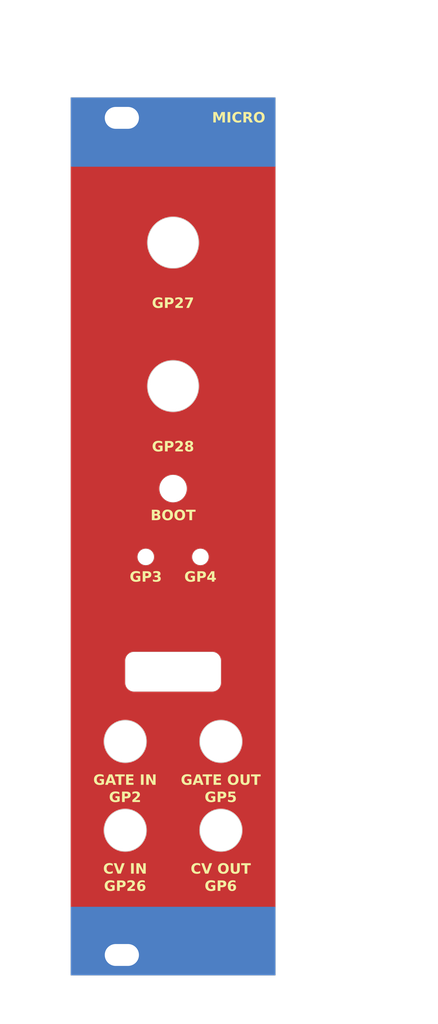
<source format=kicad_pcb>
(kicad_pcb (version 20240108) (generator "pcbnew") (generator_version "8.0")
  (layers (0 "F.Cu" signal) (31 "B.Cu" signal) (34 "B.Paste" user) (35 "F.Paste" user) (36 "B.SilkS" user "B.Silkscreen") (37 "F.SilkS" user "F.Silkscreen") (38 "B.Mask" user) (39 "F.Mask" user) (44 "Edge.Cuts" user))
  (net 0 "")
  (net 1 "GND")
  (footprint "BYOM_General:plated_rack_hole" (layer "F.Cu") (at 123.5 29.75)
    (property "Reference" "H1" (hide yes))
    (property "Value" "MountingHole_Pad")
    (pad "1" thru_hole oval (at 0 0) (size 6 4.2) (drill oval 5 3.2) (layers "*.Cu" "*.Mask") (net 1 "GND"))
  )
  (footprint "BYOM_General:plated_rack_hole" (layer "F.Cu") (at 123.5 152.25)
    (property "Reference" "H2" (hide yes))
    (property "Value" "MountingHole_Pad")
    (pad "1" thru_hole oval (at 0 0) (size 6 4.2) (drill oval 5 3.2) (layers "*.Cu" "*.Mask") (net 1 "GND"))
  )
  (gr_arc (start 138 112.4) (mid 137.619239 113.319239) (end 136.7 113.7) (stroke (width 0.05)) (layer "Edge.Cuts"))
  (gr_line (start 125.3 113.7) (end 136.7 113.7) (stroke (width 0.05)) (layer "Edge.Cuts"))
  (gr_circle (center 138 121) (end 141.1 121) (stroke (width 0.1)) (fill none) (layer "Edge.Cuts"))
  (gr_line (start 124 112.4) (end 124 109.2) (stroke (width 0.05)) (layer "Edge.Cuts"))
  (gr_circle (center 135 94) (end 136.2 94) (stroke (width 0.05)) (fill none) (layer "Edge.Cuts"))
  (gr_circle (center 127 94) (end 128.2 94) (stroke (width 0.05)) (fill none) (layer "Edge.Cuts"))
  (gr_arc (start 124 109.2) (mid 124.380761 108.280761) (end 125.3 107.9) (stroke (width 0.05)) (layer "Edge.Cuts"))
  (gr_circle (center 131 84) (end 133 84) (stroke (width 0.05)) (fill none) (layer "Edge.Cuts"))
  (gr_circle (center 138 134) (end 141.1 134) (stroke (width 0.1)) (fill none) (layer "Edge.Cuts"))
  (gr_line (start 138 112.4) (end 138 109.2) (stroke (width 0.05)) (layer "Edge.Cuts"))
  (gr_circle (center 131 69) (end 134.75 69) (stroke (width 0.1)) (fill none) (layer "Edge.Cuts"))
  (gr_arc (start 136.7 107.9) (mid 137.619239 108.280761) (end 138 109.2) (stroke (width 0.05)) (layer "Edge.Cuts"))
  (gr_arc (start 125.3 113.7) (mid 124.380761 113.319239) (end 124 112.4) (stroke (width 0.05)) (layer "Edge.Cuts"))
  (gr_circle (center 124 134) (end 127.1 134) (stroke (width 0.1)) (fill none) (layer "Edge.Cuts"))
  (gr_line (start 116 26.75) (end 146 26.75) (stroke (width 0.05)) (layer "Edge.Cuts"))
  (gr_line (start 146 155.25) (end 116 155.25) (stroke (width 0.05)) (layer "Edge.Cuts"))
  (gr_line (start 116 155.25) (end 116 26.75) (stroke (width 0.05)) (layer "Edge.Cuts"))
  (gr_line (start 146 26.75) (end 146 155.25) (stroke (width 0.05)) (layer "Edge.Cuts"))
  (gr_line (start 136.7 107.9) (end 125.3 107.9) (stroke (width 0.05)) (layer "Edge.Cuts"))
  (gr_circle (center 131 48) (end 134.75 48) (stroke (width 0.1)) (fill none) (layer "Edge.Cuts"))
  (gr_circle (center 124 121) (end 127.1 121) (stroke (width 0.1)) (fill none) (layer "Edge.Cuts"))
  (gr_text "CV OUT\nGP6" (at 137.975 138.85 0) (layer "F.SilkS") (effects (font (size 1.5 1.5) (thickness 0.15) (bold yes)) (justify top)))
  (gr_text "GATE OUT\nGP5" (at 137.975 125.85 0) (layer "F.SilkS") (effects (font (size 1.5 1.5) (thickness 0.3) (bold yes)) (justify top)))
  (gr_text "GP27" (at 130.99 56.94 0) (layer "F.SilkS") (effects (font (size 1.5 1.5) (thickness 0.15) (bold yes))))
  (gr_text "GP4" (at 135 97 0) (layer "F.SilkS") (effects (font (size 1.5 1.5) (thickness 0.15) (bold yes))))
  (gr_text "GP28" (at 130.99 77.94 0) (layer "F.SilkS") (effects (font (size 1.5 1.5) (thickness 0.15) (bold yes))))
  (gr_text "GATE IN\nGP2" (at 123.975 125.85 0) (layer "F.SilkS") (effects (font (size 1.5 1.5) (thickness 0.15) (bold yes)) (justify top)))
  (gr_text "BOOT" (at 131 88 0) (layer "F.SilkS") (effects (font (size 1.5 1.5) (thickness 0.15) (bold yes))))
  (gr_text "GP3\n" (at 127 97 0) (layer "F.SilkS") (effects (font (size 1.5 1.5) (thickness 0.15) (bold yes))))
  (gr_text "CV IN\nGP26" (at 123.975 138.85 0) (layer "F.SilkS") (effects (font (size 1.5 1.5) (thickness 0.15) (bold yes)) (justify top)))
  (gr_text "MICRO" (at 140.6 29.8 0) (layer "F.SilkS") (effects (font (size 1.5 1.5) (thickness 0.3) (bold yes))))
  (zone (net 1) (net_name "GND") (layer "F.Cu") (connect_pads yes (clearance 0.508)) (min_thickness 0.25) (fill yes (thermal_gap 0.5) (thermal_bridge_width 0.5) (island_removal_mode 1) (island_area_min 10))
    (polygon (pts (xy 115 26) (xy 115.5 155.5) (xy 146.5 155.5) (xy 146.5 26)))
  )
  (zone (net 1) (net_name "GND") (layer "B.Cu") (priority 1) (connect_pads yes (clearance 0.508)) (min_thickness 0.25) (fill yes (thermal_gap 0.5) (thermal_bridge_width 0.5) (island_removal_mode 1) (island_area_min 10))
    (polygon (pts (xy 115.5 145.2) (xy 115.5 155.5) (xy 146.5 155.5) (xy 146.5 145.2)))
  )
  (zone (net 1) (net_name "GND") (layer "B.Cu") (priority 1) (connect_pads yes (clearance 0.508)) (min_thickness 0.25) (fill yes (thermal_gap 0.5) (thermal_bridge_width 0.5) (island_removal_mode 1) (island_area_min 10))
    (polygon (pts (xy 115.9 26.6) (xy 115.9 36.9) (xy 146.9 36.9) (xy 146.9 26.6)))
  )
)
</source>
